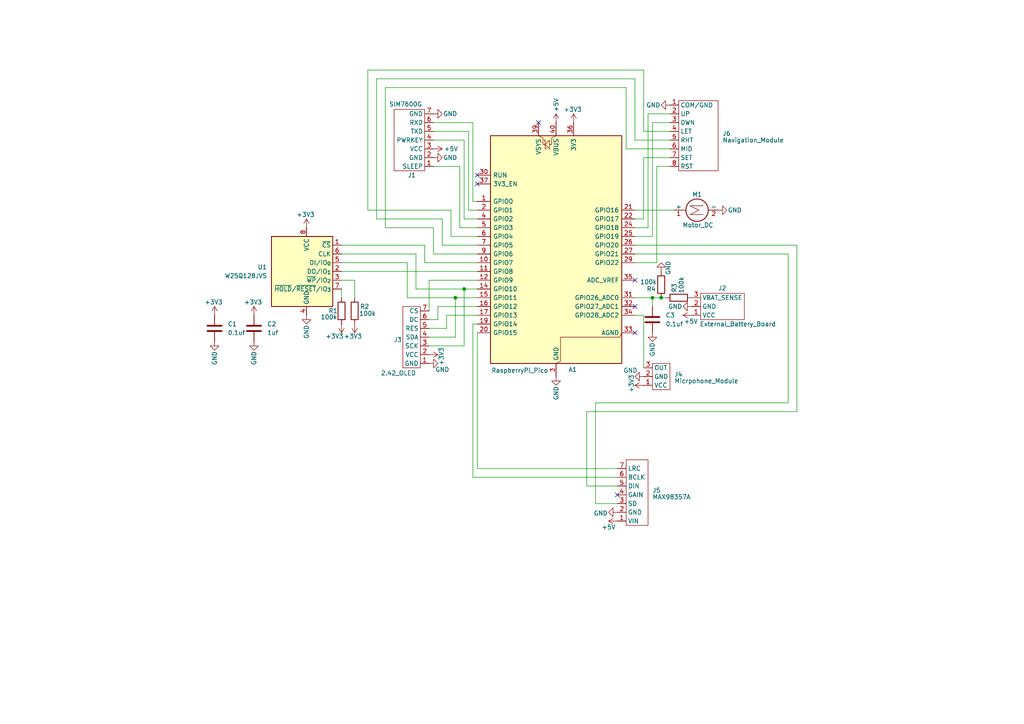
<source format=kicad_sch>
(kicad_sch (version 20250114) (generator "eeschema") (generator_version "9.0")
  (paper "A4")
  (title_block (title "fone") (date "2025-08-12") (rev "0.5") (company "Devon Peterson"))
  (lib_symbols
    (symbol "Device:C" (pin_numbers (hide yes)) (pin_names (offset 0.254))
      (property "Reference" "C" (at 0.635 2.54 0))
      (property "Value" "C" (at 0.635 -2.54 0))
      (symbol "C_0_1"
        (polyline (pts (xy -2.032 0.762) (xy 2.032 0.762)) (stroke (width 0.508)))
        (polyline (pts (xy -2.032 -0.762) (xy 2.032 -0.762)) (stroke (width 0.508)))
      )
      (symbol "C_1_1"
        (pin passive line (at 0 3.81 270) (length 2.794) (name "~") (number "1"))
        (pin passive line (at 0 -3.81 90) (length 2.794) (name "~") (number "2"))
      )
    )
    (symbol "Device:R" (pin_numbers (hide yes)) (pin_names (offset 0))
      (property "Reference" "R" (at 2.032 0 90))
      (property "Value" "R" (at 0 0 90))
      (symbol "R_0_1"
        (rectangle (start -1.016 -2.54) (end 1.016 2.54) (stroke (width 0.254)))
      )
      (symbol "R_1_1"
        (pin passive line (at 0 3.81 270) (length 1.27) (name "~") (number "1"))
        (pin passive line (at 0 -3.81 90) (length 1.27) (name "~") (number "2"))
      )
    )
    (symbol "MCU_Module:RaspberryPi_Pico" (pin_names (offset 0.762))
      (property "Reference" "A" (at -19.05 35.56 0))
      (property "Value" "RaspberryPi_Pico" (at 7.62 35.56 0))
      (symbol "RaspberryPi_Pico_0_1"
        (rectangle (start -19.05 34.29) (end 19.05 -31.75) (stroke (width 0.254)) (fill (type background)))
        (polyline (pts (xy -5.08 34.29) (xy -3.81 33.655) (xy -3.81 31.75) (xy -3.175 31.75)))
        (polyline (pts (xy -3.429 32.766) (xy -3.429 33.02) (xy -3.175 33.02) (xy -3.175 30.48) (xy -2.921 30.48) (xy -2.921 30.734)))
        (polyline (pts (xy -3.175 31.75) (xy -1.905 33.02) (xy -1.905 30.48) (xy -3.175 31.75)))
        (polyline (pts (xy 0 34.29) (xy -1.27 33.655) (xy -1.27 31.75) (xy -1.905 31.75)))
        (polyline (pts (xy 0 -31.75) (xy 1.27 -31.115) (xy 1.27 -24.13) (xy 18.415 -24.13) (xy 19.05 -22.86)))
      )
      (symbol "RaspberryPi_Pico_1_1"
        (pin passive line (at -22.86 22.86 0) (length 3.81) (name "RUN") (number "30"))
        (pin passive line (at -22.86 20.32 0) (length 3.81) (name "3V3_EN") (number "37"))
        (pin bidirectional line (at -22.86 15.24 0) (length 3.81) (name "GPIO0") (number "1"))
        (pin bidirectional line (at -22.86 12.7 0) (length 3.81) (name "GPIO1") (number "2"))
        (pin bidirectional line (at -22.86 10.16 0) (length 3.81) (name "GPIO2") (number "4"))
        (pin bidirectional line (at -22.86 7.62 0) (length 3.81) (name "GPIO3") (number "5"))
        (pin bidirectional line (at -22.86 5.08 0) (length 3.81) (name "GPIO4") (number "6"))
        (pin bidirectional line (at -22.86 2.54 0) (length 3.81) (name "GPIO5") (number "7"))
        (pin bidirectional line (at -22.86 0 0) (length 3.81) (name "GPIO6") (number "9"))
        (pin bidirectional line (at -22.86 -2.54 0) (length 3.81) (name "GPIO7") (number "10"))
        (pin bidirectional line (at -22.86 -5.08 0) (length 3.81) (name "GPIO8") (number "11"))
        (pin bidirectional line (at -22.86 -7.62 0) (length 3.81) (name "GPIO9") (number "12"))
        (pin bidirectional line (at -22.86 -10.16 0) (length 3.81) (name "GPIO10") (number "14"))
        (pin bidirectional line (at -22.86 -12.7 0) (length 3.81) (name "GPIO11") (number "15"))
        (pin bidirectional line (at -22.86 -15.24 0) (length 3.81) (name "GPIO12") (number "16"))
        (pin bidirectional line (at -22.86 -17.78 0) (length 3.81) (name "GPIO13") (number "17"))
        (pin bidirectional line (at -22.86 -20.32 0) (length 3.81) (name "GPIO14") (number "19"))
        (pin bidirectional line (at -22.86 -22.86 0) (length 3.81) (name "GPIO15") (number "20"))
        (pin power_in line (at -5.08 38.1 270) (length 3.81) (name "VSYS") (number "39"))
        (pin power_out line (at 0 38.1 270) (length 3.81) (name "VBUS") (number "40"))
        (pin passive line (at 0 -35.56 90) (length 3.81) (hide yes) (name "GND") (number "13"))
        (pin passive line (at 0 -35.56 90) (length 3.81) (hide yes) (name "GND") (number "18"))
        (pin passive line (at 0 -35.56 90) (length 3.81) (hide yes) (name "GND") (number "23"))
        (pin passive line (at 0 -35.56 90) (length 3.81) (hide yes) (name "GND") (number "28"))
        (pin power_out line (at 0 -35.56 90) (length 3.81) (name "GND") (number "3"))
        (pin passive line (at 0 -35.56 90) (length 3.81) (hide yes) (name "GND") (number "38"))
        (pin passive line (at 0 -35.56 90) (length 3.81) (hide yes) (name "GND") (number "8"))
        (pin power_out line (at 5.08 38.1 270) (length 3.81) (name "3V3") (number "36"))
        (pin bidirectional line (at 22.86 12.7 180) (length 3.81) (name "GPIO16") (number "21"))
        (pin bidirectional line (at 22.86 10.16 180) (length 3.81) (name "GPIO17") (number "22"))
        (pin bidirectional line (at 22.86 7.62 180) (length 3.81) (name "GPIO18") (number "24"))
        (pin bidirectional line (at 22.86 5.08 180) (length 3.81) (name "GPIO19") (number "25"))
        (pin bidirectional line (at 22.86 2.54 180) (length 3.81) (name "GPIO20") (number "26"))
        (pin bidirectional line (at 22.86 0 180) (length 3.81) (name "GPIO21") (number "27"))
        (pin bidirectional line (at 22.86 -2.54 180) (length 3.81) (name "GPIO22") (number "29"))
        (pin power_in line (at 22.86 -7.62 180) (length 3.81) (name "ADC_VREF") (number "35"))
        (pin bidirectional line (at 22.86 -12.7 180) (length 3.81) (name "GPIO26_ADC0") (number "31"))
        (pin bidirectional line (at 22.86 -15.24 180) (length 3.81) (name "GPIO27_ADC1") (number "32"))
        (pin bidirectional line (at 22.86 -17.78 180) (length 3.81) (name "GPIO28_ADC2") (number "34"))
        (pin power_out line (at 22.86 -22.86 180) (length 3.81) (name "AGND") (number "33"))
      )
    )
    (symbol "Memory_Flash:W25Q128JVS"
      (property "Reference" "U" (at -6.35 11.43 0))
      (property "Value" "W25Q128JVS" (at 7.62 11.43 0))
      (symbol "W25Q128JVS_0_1"
        (rectangle (start -7.62 10.16) (end 10.16 -10.16) (stroke (width 0.254)) (fill (type background)))
      )
      (symbol "W25Q128JVS_1_1"
        (pin input line (at -10.16 7.62 0) (length 2.54) (name "~{CS}") (number "1"))
        (pin input line (at -10.16 5.08 0) (length 2.54) (name "CLK") (number "6"))
        (pin bidirectional line (at -10.16 2.54 0) (length 2.54) (name "DI/IO_{0}") (number "5"))
        (pin bidirectional line (at -10.16 0 0) (length 2.54) (name "DO/IO_{1}") (number "2"))
        (pin bidirectional line (at -10.16 -2.54 0) (length 2.54) (name "~{WP}/IO_{2}") (number "3"))
        (pin bidirectional line (at -10.16 -5.08 0) (length 2.54) (name "~{HOLD}/~{RESET}/IO_{3}") (number "7"))
        (pin power_in line (at 0 12.7 270) (length 2.54) (name "VCC") (number "8"))
        (pin power_in line (at 0 -12.7 90) (length 2.54) (name "GND") (number "4"))
      )
    )
    (symbol "Motor:Motor_DC" (pin_names (offset 0))
      (property "Reference" "M" (at 2.54 2.54 0))
      (property "Value" "Motor_DC" (at 2.54 -5.08 0))
      (symbol "Motor_DC_0_0"
        (polyline (pts (xy -1.27 -3.302) (xy -1.27 0.508) (xy 0 -2.032) (xy 1.27 0.508) (xy 1.27 -3.302)))
      )
      (symbol "Motor_DC_0_1"
        (polyline (pts (xy 0 2.032) (xy 0 2.54)))
        (polyline (pts (xy 0 1.7272) (xy 0 2.0828)))
        (circle (center 0 -1.524) (radius 3.2512) (stroke (width 0.254)))
        (polyline (pts (xy 0 -4.7752) (xy 0 -5.1816)))
        (polyline (pts (xy 0 -7.62) (xy 0 -7.112)))
      )
      (symbol "Motor_DC_1_1"
        (pin passive line (at 0 5.08 270) (length 2.54) (name "+") (number "1"))
        (pin passive line (at 0 -7.62 90) (length 2.54) (name "-") (number "2"))
      )
    )
    (symbol "fone_parts:2.42_OLED_SPI"
      (property "Reference" "J" (at 0 0 0))
      (symbol "2.42_OLED_SPI_0_1"
        (rectangle (start 0 2.54) (end 5.08 20.32))
      )
      (symbol "2.42_OLED_SPI_1_1"
        (pin input line (at -2.54 19.05 0) (length 2.54) (name "CS") (number "7"))
        (pin input line (at -2.54 16.51 0) (length 2.54) (name "DC") (number "6"))
        (pin input line (at -2.54 13.97 0) (length 2.54) (name "RES") (number "5"))
        (pin input line (at -2.54 11.43 0) (length 2.54) (name "SDA") (number "4"))
        (pin input line (at -2.54 8.89 0) (length 2.54) (name "SCK") (number "3"))
        (pin power_in line (at -2.54 6.35 0) (length 2.54) (name "VCC") (number "2"))
        (pin power_in line (at -2.54 3.81 0) (length 2.54) (name "GND") (number "1"))
      )
    )
    (symbol "fone_parts:External_Battery_Board"
      (property "Reference" "J" (at 0 0 0))
      (symbol "External_Battery_Board_0_1"
        (rectangle (start -1.27 8.89) (end 11.43 1.27))
      )
      (symbol "External_Battery_Board_1_1"
        (pin input line (at -3.81 7.62 0) (length 2.54) (name "VBAT_SENSE") (number "3"))
        (pin power_in line (at -3.81 5.08 0) (length 2.54) (name "GND") (number "2"))
        (pin power_in line (at -3.81 2.54 0) (length 2.54) (name "VCC") (number "1"))
      )
    )
    (symbol "fone_parts:MAX98357A_Module"
      (property "Reference" "J" (at 0 0 0))
      (symbol "MAX98357A_Module_0_1"
        (rectangle (start 1.27 1.27) (end 7.62 20.32))
      )
      (symbol "MAX98357A_Module_1_1"
        (pin input line (at -1.27 17.78 0) (length 2.54) (name "LRC") (number "7"))
        (pin input line (at -1.27 15.24 0) (length 2.54) (name "BCLK") (number "6"))
        (pin input line (at -1.27 12.7 0) (length 2.54) (name "DIN") (number "5"))
        (pin input line (at -1.27 10.16 0) (length 2.54) (name "GAIN") (number "4"))
        (pin input line (at -1.27 7.62 0) (length 2.54) (name "SD") (number "3"))
        (pin power_in line (at -1.27 5.08 0) (length 2.54) (name "GND") (number "2"))
        (pin power_in line (at -1.27 2.54 0) (length 2.54) (name "VIN") (number "1"))
      )
    )
    (symbol "fone_parts:Microphone_Module"
      (property "Reference" "J" (at 0 0 0))
      (symbol "Microphone_Module_0_1"
        (rectangle (start 0 1.27) (end 5.08 8.89))
      )
      (symbol "Microphone_Module_1_1"
        (pin output line (at -2.54 7.62 0) (length 2.54) (name "OUT") (number "3"))
        (pin power_in line (at -2.54 5.08 0) (length 2.54) (name "GND") (number "2"))
        (pin power_in line (at -2.54 2.54 0) (length 2.54) (name "VCC") (number "1"))
      )
    )
    (symbol "fone_parts:Navigation_Module"
      (property "Reference" "J" (at 0 0 0))
      (symbol "Navigation_Module_0_1"
        (rectangle (start 0 1.27) (end 11.43 21.59))
      )
      (symbol "Navigation_Module_1_1"
        (pin power_in line (at -2.54 20.32 0) (length 2.54) (name "COM/GND") (number "1"))
        (pin output line (at -2.54 17.78 0) (length 2.54) (name "UP") (number "2"))
        (pin output line (at -2.54 15.24 0) (length 2.54) (name "DWN") (number "3"))
        (pin output line (at -2.54 12.7 0) (length 2.54) (name "LET") (number "4"))
        (pin output line (at -2.54 10.16 0) (length 2.54) (name "RHT") (number "5"))
        (pin output line (at -2.54 7.62 0) (length 2.54) (name "MID") (number "6"))
        (pin output line (at -2.54 5.08 0) (length 2.54) (name "SET") (number "7"))
        (pin output line (at -2.54 2.54 0) (length 2.54) (name "RST") (number "8"))
      )
    )
    (symbol "fone_parts:SIM7600G_Module_(Off-Board)"
      (property "Reference" "J" (at 0 0 0))
      (symbol "SIM7600G_Module_(Off-Board)_0_1"
        (rectangle (start -2.54 19.05) (end 6.35 1.27))
      )
      (symbol "SIM7600G_Module_(Off-Board)_1_1"
        (pin power_in line (at -5.08 17.78 0) (length 2.54) (name "GND") (number "7"))
        (pin input line (at -5.08 15.24 0) (length 2.54) (name "RXD") (number "6"))
        (pin output line (at -5.08 12.7 0) (length 2.54) (name "TXD") (number "5"))
        (pin input line (at -5.08 10.16 0) (length 2.54) (name "PWRKEY") (number "4"))
        (pin power_in line (at -5.08 7.62 0) (length 2.54) (name "VCC") (number "3"))
        (pin power_in line (at -5.08 5.08 0) (length 2.54) (name "GND") (number "2"))
        (pin input line (at -5.08 2.54 0) (length 2.54) (name "SLEEP") (number "1"))
      )
    )
    (symbol "power:+3V3" (power) (pin_numbers (hide yes)) (pin_names (offset 0) (hide yes))
      (property "Value" "+3V3" (at 0 3.556 0))
      (symbol "+3V3_0_1"
        (polyline (pts (xy -0.762 1.27) (xy 0 2.54)))
        (polyline (pts (xy 0 2.54) (xy 0.762 1.27)))
        (polyline (pts (xy 0 0) (xy 0 2.54)))
      )
      (symbol "+3V3_1_1"
        (pin power_in line (at 0 0 90) (length 0) (name "~") (number "1"))
      )
    )
    (symbol "power:+5V" (power) (pin_numbers (hide yes)) (pin_names (offset 0) (hide yes))
      (property "Value" "+5V" (at 0 3.556 0))
      (symbol "+5V_0_1"
        (polyline (pts (xy -0.762 1.27) (xy 0 2.54)))
        (polyline (pts (xy 0 2.54) (xy 0.762 1.27)))
        (polyline (pts (xy 0 0) (xy 0 2.54)))
      )
      (symbol "+5V_1_1"
        (pin power_in line (at 0 0 90) (length 0) (name "~") (number "1"))
      )
    )
    (symbol "power:GND" (power) (pin_numbers (hide yes)) (pin_names (offset 0) (hide yes))
      (property "Value" "GND" (at 0 -3.81 0))
      (symbol "GND_0_1"
        (polyline (pts (xy 0 0) (xy 0 -1.27) (xy 1.27 -1.27) (xy 0 -2.54) (xy -1.27 -1.27) (xy 0 -1.27)))
      )
      (symbol "GND_1_1"
        (pin power_in line (at 0 0 270) (length 0) (name "~") (number "1"))
      )
    )
  )
  (junction (at 132.08 86.36))
  (junction (at 191.77 86.36))
  (junction (at 134.62 83.82))
  (junction (at 189.23 86.36))
  (no_connect (at 156.21 35.56))
  (no_connect (at 179.07 143.51))
  (no_connect (at 184.15 96.52))
  (no_connect (at 138.43 50.8))
  (no_connect (at 184.15 81.28))
  (no_connect (at 138.43 53.34))
  (no_connect (at 184.15 88.9))
  (wire (pts (xy 124.46 92.71) (xy 127 92.71)))
  (wire (pts (xy 194.31 33.02) (xy 187.96 33.02)))
  (wire (pts (xy 128.27 63.5) (xy 128.27 71.12)))
  (wire (pts (xy 137.16 58.42) (xy 137.16 35.56)))
  (wire (pts (xy 102.87 81.28) (xy 102.87 86.36)))
  (wire (pts (xy 109.22 63.5) (xy 128.27 63.5)))
  (wire (pts (xy 99.06 73.66) (xy 120.65 73.66)))
  (wire (pts (xy 189.23 86.36) (xy 191.77 86.36)))
  (wire (pts (xy 194.31 35.56) (xy 189.23 35.56)))
  (wire (pts (xy 137.16 35.56) (xy 125.73 35.56)))
  (wire (pts (xy 124.46 90.17) (xy 124.46 81.28)))
  (wire (pts (xy 138.43 66.04) (xy 133.35 66.04)))
  (wire (pts (xy 124.46 81.28) (xy 138.43 81.28)))
  (wire (pts (xy 118.11 76.2) (xy 118.11 86.36)))
  (wire (pts (xy 134.62 40.64) (xy 125.73 40.64)))
  (wire (pts (xy 106.68 60.96) (xy 130.81 60.96)))
  (wire (pts (xy 111.76 25.4) (xy 111.76 66.04)))
  (wire (pts (xy 184.15 60.96) (xy 195.58 60.96)))
  (wire (pts (xy 186.69 63.5) (xy 184.15 63.5)))
  (wire (pts (xy 231.14 119.38) (xy 231.14 71.12)))
  (wire (pts (xy 123.19 71.12) (xy 123.19 76.2)))
  (wire (pts (xy 127 92.71) (xy 127 88.9)))
  (wire (pts (xy 194.31 40.64) (xy 184.15 40.64)))
  (wire (pts (xy 228.6 116.84) (xy 228.6 73.66)))
  (wire (pts (xy 124.46 95.25) (xy 129.54 95.25)))
  (wire (pts (xy 186.69 38.1) (xy 186.69 20.32)))
  (wire (pts (xy 99.06 78.74) (xy 138.43 78.74)))
  (wire (pts (xy 172.72 146.05) (xy 179.07 146.05)))
  (wire (pts (xy 186.69 91.44) (xy 186.69 106.68)))
  (wire (pts (xy 186.69 91.44) (xy 184.15 91.44)))
  (wire (pts (xy 132.08 86.36) (xy 138.43 86.36)))
  (wire (pts (xy 138.43 63.5) (xy 134.62 63.5)))
  (wire (pts (xy 125.73 66.04) (xy 125.73 73.66)))
  (wire (pts (xy 99.06 71.12) (xy 123.19 71.12)))
  (wire (pts (xy 130.81 68.58) (xy 138.43 68.58)))
  (wire (pts (xy 128.27 71.12) (xy 138.43 71.12)))
  (wire (pts (xy 130.81 60.96) (xy 130.81 68.58)))
  (wire (pts (xy 191.77 86.36) (xy 193.04 86.36)))
  (wire (pts (xy 184.15 86.36) (xy 189.23 86.36)))
  (wire (pts (xy 137.16 93.98) (xy 137.16 138.43)))
  (wire (pts (xy 99.06 83.82) (xy 99.06 86.36)))
  (wire (pts (xy 194.31 43.18) (xy 181.61 43.18)))
  (wire (pts (xy 181.61 43.18) (xy 181.61 25.4)))
  (wire (pts (xy 186.69 45.72) (xy 186.69 63.5)))
  (wire (pts (xy 120.65 83.82) (xy 134.62 83.82)))
  (wire (pts (xy 231.14 71.12) (xy 184.15 71.12)))
  (wire (pts (xy 170.18 119.38) (xy 231.14 119.38)))
  (wire (pts (xy 111.76 66.04) (xy 125.73 66.04)))
  (wire (pts (xy 133.35 66.04) (xy 133.35 48.26)))
  (wire (pts (xy 137.16 138.43) (xy 179.07 138.43)))
  (wire (pts (xy 134.62 83.82) (xy 138.43 83.82)))
  (wire (pts (xy 133.35 48.26) (xy 125.73 48.26)))
  (wire (pts (xy 181.61 25.4) (xy 111.76 25.4)))
  (wire (pts (xy 228.6 73.66) (xy 184.15 73.66)))
  (wire (pts (xy 135.89 60.96) (xy 135.89 38.1)))
  (wire (pts (xy 189.23 35.56) (xy 189.23 68.58)))
  (wire (pts (xy 194.31 38.1) (xy 186.69 38.1)))
  (wire (pts (xy 189.23 68.58) (xy 184.15 68.58)))
  (wire (pts (xy 190.5 76.2) (xy 184.15 76.2)))
  (wire (pts (xy 172.72 116.84) (xy 228.6 116.84)))
  (wire (pts (xy 170.18 140.97) (xy 179.07 140.97)))
  (wire (pts (xy 134.62 100.33) (xy 134.62 83.82)))
  (wire (pts (xy 194.31 48.26) (xy 190.5 48.26)))
  (wire (pts (xy 134.62 63.5) (xy 134.62 40.64)))
  (wire (pts (xy 189.23 86.36) (xy 189.23 88.9)))
  (wire (pts (xy 190.5 48.26) (xy 190.5 76.2)))
  (wire (pts (xy 135.89 38.1) (xy 125.73 38.1)))
  (wire (pts (xy 124.46 97.79) (xy 132.08 97.79)))
  (wire (pts (xy 187.96 33.02) (xy 187.96 66.04)))
  (wire (pts (xy 138.43 60.96) (xy 135.89 60.96)))
  (wire (pts (xy 118.11 86.36) (xy 132.08 86.36)))
  (wire (pts (xy 184.15 22.86) (xy 109.22 22.86)))
  (wire (pts (xy 109.22 22.86) (xy 109.22 63.5)))
  (wire (pts (xy 120.65 73.66) (xy 120.65 83.82)))
  (wire (pts (xy 172.72 116.84) (xy 172.72 146.05)))
  (wire (pts (xy 184.15 40.64) (xy 184.15 22.86)))
  (wire (pts (xy 138.43 58.42) (xy 137.16 58.42)))
  (wire (pts (xy 194.31 45.72) (xy 186.69 45.72)))
  (wire (pts (xy 123.19 76.2) (xy 138.43 76.2)))
  (wire (pts (xy 187.96 66.04) (xy 184.15 66.04)))
  (wire (pts (xy 138.43 96.52) (xy 138.43 135.89)))
  (wire (pts (xy 106.68 20.32) (xy 106.68 60.96)))
  (wire (pts (xy 132.08 97.79) (xy 132.08 86.36)))
  (wire (pts (xy 138.43 135.89) (xy 179.07 135.89)))
  (wire (pts (xy 127 88.9) (xy 138.43 88.9)))
  (wire (pts (xy 137.16 93.98) (xy 138.43 93.98)))
  (wire (pts (xy 186.69 20.32) (xy 106.68 20.32)))
  (wire (pts (xy 99.06 81.28) (xy 102.87 81.28)))
  (wire (pts (xy 124.46 100.33) (xy 134.62 100.33)))
  (wire (pts (xy 125.73 73.66) (xy 138.43 73.66)))
  (wire (pts (xy 170.18 119.38) (xy 170.18 140.97)))
  (wire (pts (xy 129.54 91.44) (xy 138.43 91.44)))
  (wire (pts (xy 99.06 76.2) (xy 118.11 76.2)))
  (wire (pts (xy 129.54 95.25) (xy 129.54 91.44)))
  (symbol (lib_id "power:+3V3") (at 166.37 35.56 0) (unit 1)
    (property "Reference" "#PWR013" (effects (hide yes)))
    (property "Value" "+3V3" (at 166.116 31.75 0))
    (property "Description" "Power symbol creates a global label with name \"+3V3\"" (effects (hide yes)))
  )
  (symbol (lib_id "Device:R") (at 102.87 90.17 0) (unit 1)
    (property "Reference" "R2" (at 104.394 88.9 0) (effects (justify left)))
    (property "Value" "100k" (at 104.14 90.932 0) (effects (justify left)))
    (property "Footprint" "Resistor_SMD:R_0805_2012Metric_Pad1.20x1.40mm_HandSolder" (effects (hide yes)))
    (property "Description" "Resistor" (effects (hide yes)))
  )
  (symbol (lib_id "fone_parts:Microphone_Module") (at 189.23 114.3 0) (unit 1)
    (property "Reference" "J4" (at 195.58 108.5849 0) (effects (justify left)))
    (property "Value" "Micrpohone_Module" (at 195.58 110.49 0) (effects (justify left)))
    (property "Footprint" "Connector_JST:JST_PH_B3B-PH-K_1x03_P2.00mm_Vertical" (effects (hide yes)))
  )
  (symbol (lib_id "power:GND") (at 191.77 78.74 180) (unit 1)
    (property "Reference" "#PWR017" (effects (hide yes)))
    (property "Value" "GND" (at 193.802 79.756 90) (effects (justify right)))
    (property "Description" "Power symbol creates a global label with name \"GND\" , ground" (effects (hide yes)))
  )
  (symbol (lib_id "fone_parts:2.42_OLED_SPI") (at 121.92 109.22 0) (mirror y) (unit 1)
    (property "Reference" "J3" (at 116.586 98.552 0) (effects (justify left)))
    (property "Value" "2.42_OLED" (at 120.65 108.204 0) (effects (justify left)))
    (property "Footprint" "Connector_JST:JST_PH_B7B-PH-K_1x07_P2.00mm_Vertical" (effects (hide yes)))
  )
  (symbol (lib_id "fone_parts:External_Battery_Board") (at 204.47 93.98 0) (unit 1)
    (property "Reference" "J2" (at 208.28 83.566 0) (effects (justify left)))
    (property "Value" "External_Battery_Board" (at 202.946 93.98 0) (effects (justify left)))
    (property "Footprint" "Connector_JST:JST_PH_B3B-PH-K_1x03_P2.00mm_Vertical" (effects (hide yes)))
  )
  (symbol (lib_id "power:GND") (at 186.69 109.22 270) (unit 1)
    (property "Reference" "#PWR025" (effects (hide yes)))
    (property "Value" "GND" (at 184.912 107.442 90) (effects (justify right)))
    (property "Description" "Power symbol creates a global label with name \"GND\" , ground" (effects (hide yes)))
  )
  (symbol (lib_id "fone_parts:MAX98357A_Module") (at 180.34 153.67 0) (unit 1)
    (property "Reference" "J5" (at 189.23 142.2399 0) (effects (justify left)))
    (property "Value" "MAX98357A" (at 189.23 144.145 0) (effects (justify left)))
    (property "Footprint" "Connector_JST:JST_PH_B7B-PH-K_1x07_P2.00mm_Vertical" (effects (hide yes)))
  )
  (symbol (lib_id "Device:R") (at 191.77 82.55 180) (unit 1)
    (property "Reference" "R4" (at 190.246 83.82 0) (effects (justify left)))
    (property "Value" "100k" (at 190.5 81.788 0) (effects (justify left)))
    (property "Footprint" "Resistor_SMD:R_0805_2012Metric_Pad1.20x1.40mm_HandSolder" (effects (hide yes)))
    (property "Description" "Resistor" (effects (hide yes)))
  )
  (symbol (lib_id "power:+3V3") (at 186.69 111.76 90) (unit 1)
    (property "Reference" "#PWR024" (effects (hide yes)))
    (property "Value" "+3V3" (at 183.134 111.252 0))
    (property "Description" "Power symbol creates a global label with name \"+3V3\"" (effects (hide yes)))
  )
  (symbol (lib_id "power:GND") (at 125.73 33.02 90) (unit 1)
    (property "Reference" "#PWR01" (effects (hide yes)))
    (property "Value" "GND" (at 128.524 33.02 90) (effects (justify right)))
    (property "Description" "Power symbol creates a global label with name \"GND\" , ground" (effects (hide yes)))
  )
  (symbol (lib_id "power:+3V3") (at 102.87 93.98 180) (unit 1)
    (property "Reference" "#PWR07" (effects (hide yes)))
    (property "Value" "+3V3" (at 102.362 97.536 0))
    (property "Description" "Power symbol creates a global label with name \"+3V3\"" (effects (hide yes)))
  )
  (symbol (lib_id "Device:R") (at 196.85 86.36 90) (unit 1)
    (property "Reference" "R3" (at 195.58 84.836 0) (effects (justify left)))
    (property "Value" "100k" (at 197.612 85.09 0) (effects (justify left)))
    (property "Footprint" "Resistor_SMD:R_0805_2012Metric_Pad1.20x1.40mm_HandSolder" (effects (hide yes)))
    (property "Description" "Resistor" (effects (hide yes)))
  )
  (symbol (lib_id "power:GND") (at 161.29 109.22 0) (unit 1)
    (property "Reference" "#PWR012" (effects (hide yes)))
    (property "Value" "GND" (at 161.29 112.014 90) (effects (justify right)))
    (property "Description" "Power symbol creates a global label with name \"GND\" , ground" (effects (hide yes)))
  )
  (symbol (lib_id "power:GND") (at 62.23 99.06 0) (unit 1)
    (property "Reference" "#PWR011" (effects (hide yes)))
    (property "Value" "GND" (at 62.23 101.854 90) (effects (justify right)))
    (property "Description" "Power symbol creates a global label with name \"GND\" , ground" (effects (hide yes)))
  )
  (symbol (lib_id "MCU_Module:RaspberryPi_Pico") (at 161.29 73.66 0) (unit 1)
    (property "Reference" "A1" (at 164.846 107.188 0) (effects (justify left)))
    (property "Value" "RaspberryPi_Pico" (at 142.494 107.442 0) (effects (justify left)))
    (property "Footprint" "Module:RaspberryPi_Pico_Common_Unspecified" (effects (hide yes)))
    (property "Datasheet" "https://datasheets.raspberrypi.com/pico/pico-datasheet.pdf" (effects (hide yes)))
    (property "Description" "Versatile and inexpensive microcontroller module powered by RP2040 dual-core Arm Cortex-M0+ processor up to 133 MHz, 264kB SRAM, 2MB QSPI flash; also supports Raspberry Pi Pico 2" (effects (hide yes)))
  )
  (symbol (lib_id "power:+3V3") (at 99.06 93.98 180) (unit 1)
    (property "Reference" "#PWR08" (effects (hide yes)))
    (property "Value" "+3V3" (at 97.028 97.536 0))
    (property "Description" "Power symbol creates a global label with name \"+3V3\"" (effects (hide yes)))
  )
  (symbol (lib_id "power:+5V") (at 161.29 35.56 0) (unit 1)
    (property "Reference" "#PWR014" (effects (hide yes)))
    (property "Value" "+5V" (at 161.29 32.512 90) (effects (justify left)))
    (property "Description" "Power symbol creates a global label with name \"+5V\"" (effects (hide yes)))
  )
  (symbol (lib_id "power:GND") (at 194.31 30.48 270) (unit 1)
    (property "Reference" "#PWR026" (effects (hide yes)))
    (property "Value" "GND" (at 191.516 30.48 90) (effects (justify right)))
    (property "Description" "Power symbol creates a global label with name \"GND\" , ground" (effects (hide yes)))
  )
  (symbol (lib_id "power:+5V") (at 179.07 151.13 90) (unit 1)
    (property "Reference" "#PWR022" (effects (hide yes)))
    (property "Value" "+5V" (at 178.562 152.908 90) (effects (justify left)))
    (property "Description" "Power symbol creates a global label with name \"+5V\"" (effects (hide yes)))
  )
  (symbol (lib_id "fone_parts:Navigation_Module") (at 196.85 50.8 0) (unit 1)
    (property "Reference" "J6" (at 209.55 38.7349 0) (effects (justify left)))
    (property "Value" "Navigation_Module" (at 209.55 40.64 0) (effects (justify left)))
    (property "Footprint" "Connector_JST:JST_PH_B8B-PH-K_1x08_P2.00mm_Vertical" (effects (hide yes)))
  )
  (symbol (lib_id "Memory_Flash:W25Q128JVS") (at 88.9 78.74 0) (mirror y) (unit 1)
    (property "Reference" "U1" (at 77.47 77.4699 0) (effects (justify left)))
    (property "Value" "W25Q128JVS" (at 77.47 80.0099 0) (effects (justify left)))
    (property "Footprint" "Package_SO:SOIC-8_5.3x5.3mm_P1.27mm" (effects (hide yes)))
    (property "Datasheet" "https://www.winbond.com/resource-files/w25q128jv_dtr%20revc%2003272018%20plus.pdf" (effects (hide yes)))
    (property "Description" "128Mbit / 16MiB Serial Flash Memory, Standard/Dual/Quad SPI, 2.7-3.6V, SOIC-8" (effects (hide yes)))
  )
  (symbol (lib_id "power:GND") (at 208.28 60.96 90) (unit 1)
    (property "Reference" "#PWR027" (effects (hide yes)))
    (property "Value" "GND" (at 211.074 60.96 90) (effects (justify right)))
    (property "Description" "Power symbol creates a global label with name \"GND\" , ground" (effects (hide yes)))
  )
  (symbol (lib_id "power:+3V3") (at 73.66 91.44 0) (unit 1)
    (property "Reference" "#PWR09" (effects (hide yes)))
    (property "Value" "+3V3" (at 73.406 87.63 0))
    (property "Description" "Power symbol creates a global label with name \"+3V3\"" (effects (hide yes)))
  )
  (symbol (lib_id "power:GND") (at 124.46 105.41 90) (unit 1)
    (property "Reference" "#PWR021" (effects (hide yes)))
    (property "Value" "GND" (at 126.238 107.188 90) (effects (justify right)))
    (property "Description" "Power symbol creates a global label with name \"GND\" , ground" (effects (hide yes)))
  )
  (symbol (lib_id "power:+5V") (at 200.66 91.44 90) (unit 1)
    (property "Reference" "#PWR015" (effects (hide yes)))
    (property "Value" "+5V" (at 202.438 93.218 90) (effects (justify left)))
    (property "Description" "Power symbol creates a global label with name \"+5V\"" (effects (hide yes)))
  )
  (symbol (lib_id "power:+3V3") (at 88.9 66.04 0) (unit 1)
    (property "Reference" "#PWR06" (effects (hide yes)))
    (property "Value" "+3V3" (at 88.646 62.23 0))
    (property "Description" "Power symbol creates a global label with name \"+3V3\"" (effects (hide yes)))
  )
  (symbol (lib_id "power:+5V") (at 125.73 43.18 270) (unit 1)
    (property "Reference" "#PWR03" (effects (hide yes)))
    (property "Value" "+5V" (at 128.778 43.18 90) (effects (justify left)))
    (property "Description" "Power symbol creates a global label with name \"+5V\"" (effects (hide yes)))
  )
  (symbol (lib_id "Motor:Motor_DC") (at 200.66 60.96 90) (unit 1)
    (property "Reference" "M1" (at 202.184 56.388 90))
    (property "Value" "Motor_DC" (at 202.438 65.278 90))
    (property "Footprint" "Connector_Wire:SolderWire-2sqmm_1x02_P7.8mm_D2mm_OD3.9mm" (effects (hide yes)))
    (property "Description" "DC Motor" (effects (hide yes)))
  )
  (symbol (lib_id "Device:C") (at 189.23 92.71 0) (unit 1)
    (property "Reference" "C3" (at 193.04 91.4399 0) (effects (justify left)))
    (property "Value" "0.1uf" (at 193.04 93.9799 0) (effects (justify left)))
    (property "Footprint" "Capacitor_SMD:C_0805_2012Metric_Pad1.18x1.45mm_HandSolder" (effects (hide yes)))
    (property "Description" "Unpolarized capacitor" (effects (hide yes)))
  )
  (symbol (lib_id "power:+3V3") (at 62.23 91.44 0) (unit 1)
    (property "Reference" "#PWR010" (effects (hide yes)))
    (property "Value" "+3V3" (at 61.976 87.63 0))
    (property "Description" "Power symbol creates a global label with name \"+3V3\"" (effects (hide yes)))
  )
  (symbol (lib_id "power:GND") (at 179.07 148.59 270) (unit 1)
    (property "Reference" "#PWR023" (effects (hide yes)))
    (property "Value" "GND" (at 176.276 148.844 90) (effects (justify right)))
    (property "Description" "Power symbol creates a global label with name \"GND\" , ground" (effects (hide yes)))
  )
  (symbol (lib_id "Device:C") (at 62.23 95.25 0) (unit 1)
    (property "Reference" "C1" (at 66.04 93.9799 0) (effects (justify left)))
    (property "Value" "0.1uf" (at 66.04 96.5199 0) (effects (justify left)))
    (property "Footprint" "Capacitor_SMD:C_0805_2012Metric_Pad1.18x1.45mm_HandSolder" (effects (hide yes)))
    (property "Description" "Unpolarized capacitor" (effects (hide yes)))
  )
  (symbol (lib_id "power:GND") (at 189.23 96.52 0) (unit 1)
    (property "Reference" "#PWR019" (effects (hide yes)))
    (property "Value" "GND" (at 189.23 99.314 90) (effects (justify right)))
    (property "Description" "Power symbol creates a global label with name \"GND\" , ground" (effects (hide yes)))
  )
  (symbol (lib_id "power:GND") (at 73.66 99.06 0) (unit 1)
    (property "Reference" "#PWR05" (effects (hide yes)))
    (property "Value" "GND" (at 73.66 101.854 90) (effects (justify right)))
    (property "Description" "Power symbol creates a global label with name \"GND\" , ground" (effects (hide yes)))
  )
  (symbol (lib_id "fone_parts:SIM7600G_Module_(Off-Board)") (at 120.65 50.8 0) (mirror y) (unit 1)
    (property "Reference" "J1" (at 120.65 50.8 0) (effects (justify left)))
    (property "Value" "SIM7600G" (at 122.428 30.226 0) (effects (justify left)))
    (property "Footprint" "Connector_JST:JST_PH_B7B-PH-K_1x07_P2.00mm_Vertical" (effects (hide yes)))
  )
  (symbol (lib_id "power:GND") (at 125.73 45.72 90) (unit 1)
    (property "Reference" "#PWR02" (effects (hide yes)))
    (property "Value" "GND" (at 128.524 45.72 90) (effects (justify right)))
    (property "Description" "Power symbol creates a global label with name \"GND\" , ground" (effects (hide yes)))
  )
  (symbol (lib_id "power:GND") (at 88.9 91.44 0) (unit 1)
    (property "Reference" "#PWR04" (effects (hide yes)))
    (property "Value" "GND" (at 88.9 94.234 90) (effects (justify right)))
    (property "Description" "Power symbol creates a global label with name \"GND\" , ground" (effects (hide yes)))
  )
  (symbol (lib_id "power:GND") (at 200.66 88.9 270) (unit 1)
    (property "Reference" "#PWR016" (effects (hide yes)))
    (property "Value" "GND" (at 197.866 88.9 90) (effects (justify right)))
    (property "Description" "Power symbol creates a global label with name \"GND\" , ground" (effects (hide yes)))
  )
  (symbol (lib_id "Device:R") (at 99.06 90.17 0) (unit 1)
    (property "Reference" "R1" (at 95.25 90.17 0) (effects (justify left)))
    (property "Value" "100k" (at 92.964 91.948 0) (effects (justify left)))
    (property "Footprint" "Resistor_SMD:R_0805_2012Metric_Pad1.20x1.40mm_HandSolder" (effects (hide yes)))
    (property "Description" "Resistor" (effects (hide yes)))
  )
  (symbol (lib_id "power:+3V3") (at 124.46 102.87 270) (unit 1)
    (property "Reference" "#PWR020" (effects (hide yes)))
    (property "Value" "+3V3" (at 128.016 103.378 0))
    (property "Description" "Power symbol creates a global label with name \"+3V3\"" (effects (hide yes)))
  )
  (symbol (lib_id "Device:C") (at 73.66 95.25 0) (unit 1)
    (property "Reference" "C2" (at 77.47 93.9799 0) (effects (justify left)))
    (property "Value" "1uf" (at 77.47 96.5199 0) (effects (justify left)))
    (property "Footprint" "Capacitor_SMD:C_0805_2012Metric_Pad1.18x1.45mm_HandSolder" (effects (hide yes)))
    (property "Description" "Unpolarized capacitor" (effects (hide yes)))
  )
)
</source>
